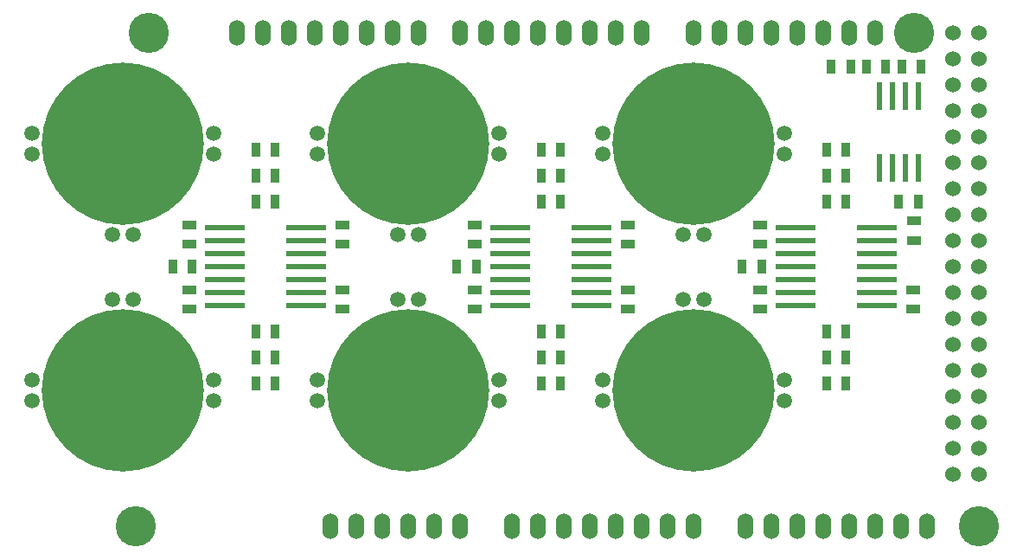
<source format=gts>
G04 #@! TF.GenerationSoftware,KiCad,Pcbnew,(5.0.0)*
G04 #@! TF.CreationDate,2019-04-25T23:48:33-07:00*
G04 #@! TF.ProjectId,Arduino_Mega_6x,41726475696E6F5F4D6567615F36782E,rev?*
G04 #@! TF.SameCoordinates,Original*
G04 #@! TF.FileFunction,Soldermask,Top*
G04 #@! TF.FilePolarity,Negative*
%FSLAX46Y46*%
G04 Gerber Fmt 4.6, Leading zero omitted, Abs format (unit mm)*
G04 Created by KiCad (PCBNEW (5.0.0)) date 04/25/19 23:48:33*
%MOMM*%
%LPD*%
G01*
G04 APERTURE LIST*
%ADD10O,1.524000X2.540000*%
%ADD11C,3.937000*%
%ADD12C,1.524000*%
%ADD13C,15.875000*%
%ADD14C,1.500000*%
%ADD15R,4.000000X0.500000*%
%ADD16R,1.397000X0.889000*%
%ADD17R,0.889000X1.397000*%
%ADD18R,0.500000X2.800000*%
G04 APERTURE END LIST*
D10*
G04 #@! TO.C,SHIELD1*
X265430000Y-36830000D03*
X267970000Y-36830000D03*
X270510000Y-36830000D03*
X273050000Y-36830000D03*
X275590000Y-36830000D03*
X278130000Y-36830000D03*
X280670000Y-36830000D03*
X283210000Y-36830000D03*
X288290000Y-85090000D03*
X285750000Y-85090000D03*
X283210000Y-85090000D03*
X280670000Y-85090000D03*
X270510000Y-85090000D03*
X265430000Y-85090000D03*
X262890000Y-85090000D03*
X273050000Y-85090000D03*
X275590000Y-85090000D03*
X278130000Y-85090000D03*
X260350000Y-85090000D03*
X257810000Y-85090000D03*
X255270000Y-85090000D03*
X247650000Y-85090000D03*
X250190000Y-85090000D03*
X252730000Y-85090000D03*
X242570000Y-85090000D03*
X240030000Y-85090000D03*
X237490000Y-85090000D03*
X232410000Y-85090000D03*
X229870000Y-85090000D03*
X260350000Y-36830000D03*
X257810000Y-36830000D03*
X255270000Y-36830000D03*
X252730000Y-36830000D03*
X250190000Y-36830000D03*
X247650000Y-36830000D03*
X245110000Y-36830000D03*
X242570000Y-36830000D03*
X238506000Y-36830000D03*
X235966000Y-36830000D03*
X233426000Y-36830000D03*
X230886000Y-36830000D03*
X228346000Y-36830000D03*
X225806000Y-36830000D03*
X223266000Y-36830000D03*
X220726000Y-36830000D03*
X234950000Y-85090000D03*
D11*
X293370000Y-85090000D03*
X287020000Y-36830000D03*
X212090000Y-36830000D03*
X210820000Y-85090000D03*
D12*
X290830000Y-39370000D03*
X293370000Y-39370000D03*
X290830000Y-41910000D03*
X293370000Y-41910000D03*
X290830000Y-44450000D03*
X293370000Y-44450000D03*
X290830000Y-46990000D03*
X293370000Y-46990000D03*
X290830000Y-36830000D03*
X293370000Y-36830000D03*
X293370000Y-49530000D03*
X290830000Y-49530000D03*
X290830000Y-52070000D03*
X293370000Y-52070000D03*
X290830000Y-54610000D03*
X293370000Y-54610000D03*
X290830000Y-57150000D03*
X293370000Y-57150000D03*
X290830000Y-59690000D03*
X293370000Y-59690000D03*
X290830000Y-62230000D03*
X293370000Y-62230000D03*
X290830000Y-64770000D03*
X293370000Y-64770000D03*
X290830000Y-67310000D03*
X293370000Y-67310000D03*
X290830000Y-69850000D03*
X293370000Y-69850000D03*
X290830000Y-72390000D03*
X293370000Y-72390000D03*
X290830000Y-74930000D03*
X293370000Y-74930000D03*
X290830000Y-77470000D03*
X293370000Y-77470000D03*
X290830000Y-80010000D03*
X293370000Y-80010000D03*
G04 #@! TD*
D13*
G04 #@! TO.C,U1*
X209550000Y-47625000D03*
D14*
X218440000Y-48628300D03*
X210553300Y-56515000D03*
X208546700Y-56515000D03*
X218440000Y-46621700D03*
X200660000Y-48628300D03*
X200660000Y-46621700D03*
G04 #@! TD*
D13*
G04 #@! TO.C,U3*
X265430000Y-47625000D03*
D14*
X274320000Y-48628300D03*
X266433300Y-56515000D03*
X264426700Y-56515000D03*
X274320000Y-46621700D03*
X256540000Y-48628300D03*
X256540000Y-46621700D03*
G04 #@! TD*
D13*
G04 #@! TO.C,U2*
X237490000Y-47625000D03*
D14*
X246380000Y-48628300D03*
X238493300Y-56515000D03*
X236486700Y-56515000D03*
X246380000Y-46621700D03*
X228600000Y-48628300D03*
X228600000Y-46621700D03*
G04 #@! TD*
D13*
G04 #@! TO.C,U4*
X209550000Y-71755000D03*
D14*
X200660000Y-70751700D03*
X208546700Y-62865000D03*
X210553300Y-62865000D03*
X200660000Y-72758300D03*
X218440000Y-70751700D03*
X218440000Y-72758300D03*
G04 #@! TD*
D13*
G04 #@! TO.C,U5*
X237490000Y-71755000D03*
D14*
X228600000Y-70751700D03*
X236486700Y-62865000D03*
X238493300Y-62865000D03*
X228600000Y-72758300D03*
X246380000Y-70751700D03*
X246380000Y-72758300D03*
G04 #@! TD*
D13*
G04 #@! TO.C,U6*
X265430000Y-71755000D03*
D14*
X256540000Y-70751700D03*
X264426700Y-62865000D03*
X266433300Y-62865000D03*
X256540000Y-72758300D03*
X274320000Y-70751700D03*
X274320000Y-72758300D03*
G04 #@! TD*
D15*
G04 #@! TO.C,U9*
X275400000Y-55880000D03*
X275400000Y-57150000D03*
X275400000Y-58420000D03*
X275400000Y-59690000D03*
X275400000Y-60960000D03*
X275400000Y-62230000D03*
X275400000Y-63500000D03*
X283400000Y-63500000D03*
X283400000Y-62230000D03*
X283400000Y-60960000D03*
X283400000Y-59690000D03*
X283400000Y-58420000D03*
X283400000Y-57150000D03*
X283400000Y-55880000D03*
G04 #@! TD*
G04 #@! TO.C,U7*
X219520000Y-55880000D03*
X219520000Y-57150000D03*
X219520000Y-58420000D03*
X219520000Y-59690000D03*
X219520000Y-60960000D03*
X219520000Y-62230000D03*
X219520000Y-63500000D03*
X227520000Y-63500000D03*
X227520000Y-62230000D03*
X227520000Y-60960000D03*
X227520000Y-59690000D03*
X227520000Y-58420000D03*
X227520000Y-57150000D03*
X227520000Y-55880000D03*
G04 #@! TD*
G04 #@! TO.C,U8*
X247460000Y-55880000D03*
X247460000Y-57150000D03*
X247460000Y-58420000D03*
X247460000Y-59690000D03*
X247460000Y-60960000D03*
X247460000Y-62230000D03*
X247460000Y-63500000D03*
X255460000Y-63500000D03*
X255460000Y-62230000D03*
X255460000Y-60960000D03*
X255460000Y-59690000D03*
X255460000Y-58420000D03*
X255460000Y-57150000D03*
X255460000Y-55880000D03*
G04 #@! TD*
D16*
G04 #@! TO.C,R1*
X216027000Y-57467500D03*
X216027000Y-55562500D03*
G04 #@! TD*
G04 #@! TO.C,R8*
X231013000Y-61912500D03*
X231013000Y-63817500D03*
G04 #@! TD*
D17*
G04 #@! TO.C,R3*
X222567500Y-50800000D03*
X224472500Y-50800000D03*
G04 #@! TD*
G04 #@! TO.C,R4*
X222567500Y-53340000D03*
X224472500Y-53340000D03*
G04 #@! TD*
G04 #@! TO.C,R2*
X222567500Y-48260000D03*
X224472500Y-48260000D03*
G04 #@! TD*
G04 #@! TO.C,R6*
X222567500Y-68580000D03*
X224472500Y-68580000D03*
G04 #@! TD*
G04 #@! TO.C,R5*
X222567500Y-66040000D03*
X224472500Y-66040000D03*
G04 #@! TD*
G04 #@! TO.C,R7*
X222567500Y-71120000D03*
X224472500Y-71120000D03*
G04 #@! TD*
D16*
G04 #@! TO.C,R9*
X243967000Y-57467500D03*
X243967000Y-55562500D03*
G04 #@! TD*
G04 #@! TO.C,R16*
X258953000Y-61912500D03*
X258953000Y-63817500D03*
G04 #@! TD*
D17*
G04 #@! TO.C,R11*
X250507500Y-50800000D03*
X252412500Y-50800000D03*
G04 #@! TD*
G04 #@! TO.C,R12*
X250507500Y-53340000D03*
X252412500Y-53340000D03*
G04 #@! TD*
G04 #@! TO.C,R10*
X250507500Y-48260000D03*
X252412500Y-48260000D03*
G04 #@! TD*
G04 #@! TO.C,R14*
X250507500Y-68580000D03*
X252412500Y-68580000D03*
G04 #@! TD*
G04 #@! TO.C,R13*
X250507500Y-66040000D03*
X252412500Y-66040000D03*
G04 #@! TD*
G04 #@! TO.C,R15*
X250507500Y-71120000D03*
X252412500Y-71120000D03*
G04 #@! TD*
D16*
G04 #@! TO.C,R17*
X271907000Y-57467500D03*
X271907000Y-55562500D03*
G04 #@! TD*
G04 #@! TO.C,R24*
X286893000Y-61912500D03*
X286893000Y-63817500D03*
G04 #@! TD*
D17*
G04 #@! TO.C,R19*
X278447500Y-50800000D03*
X280352500Y-50800000D03*
G04 #@! TD*
G04 #@! TO.C,R20*
X278447500Y-53340000D03*
X280352500Y-53340000D03*
G04 #@! TD*
G04 #@! TO.C,R18*
X278447500Y-48260000D03*
X280352500Y-48260000D03*
G04 #@! TD*
G04 #@! TO.C,R22*
X278447500Y-68580000D03*
X280352500Y-68580000D03*
G04 #@! TD*
G04 #@! TO.C,R21*
X278447500Y-66040000D03*
X280352500Y-66040000D03*
G04 #@! TD*
G04 #@! TO.C,R23*
X278447500Y-71120000D03*
X280352500Y-71120000D03*
G04 #@! TD*
G04 #@! TO.C,C1*
X216344500Y-59690000D03*
X214439500Y-59690000D03*
G04 #@! TD*
G04 #@! TO.C,C2*
X244157500Y-59690000D03*
X242252500Y-59690000D03*
G04 #@! TD*
G04 #@! TO.C,C3*
X272097500Y-59690000D03*
X270192500Y-59690000D03*
G04 #@! TD*
D16*
G04 #@! TO.C,C5*
X231013000Y-57467500D03*
X231013000Y-55562500D03*
G04 #@! TD*
G04 #@! TO.C,C4*
X216027000Y-63817500D03*
X216027000Y-61912500D03*
G04 #@! TD*
G04 #@! TO.C,C6*
X243967000Y-63817500D03*
X243967000Y-61912500D03*
G04 #@! TD*
G04 #@! TO.C,C8*
X271907000Y-63817500D03*
X271907000Y-61912500D03*
G04 #@! TD*
G04 #@! TO.C,C9*
X287020000Y-57086500D03*
X287020000Y-55181500D03*
G04 #@! TD*
G04 #@! TO.C,C7*
X258953000Y-57467500D03*
X258953000Y-55562500D03*
G04 #@! TD*
D18*
G04 #@! TO.C,U11*
X287401000Y-42982000D03*
X286131000Y-42982000D03*
X284861000Y-42982000D03*
X283591000Y-42982000D03*
X283591000Y-49982000D03*
X284861000Y-49982000D03*
X286131000Y-49982000D03*
X287401000Y-49982000D03*
G04 #@! TD*
D17*
G04 #@! TO.C,C13*
X285813500Y-40132000D03*
X287718500Y-40132000D03*
G04 #@! TD*
G04 #@! TO.C,C14*
X287400500Y-53340000D03*
X285495500Y-53340000D03*
G04 #@! TD*
G04 #@! TO.C,R25*
X282321500Y-40132000D03*
X284226500Y-40132000D03*
G04 #@! TD*
G04 #@! TO.C,R26*
X278891500Y-40132000D03*
X280796500Y-40132000D03*
G04 #@! TD*
M02*

</source>
